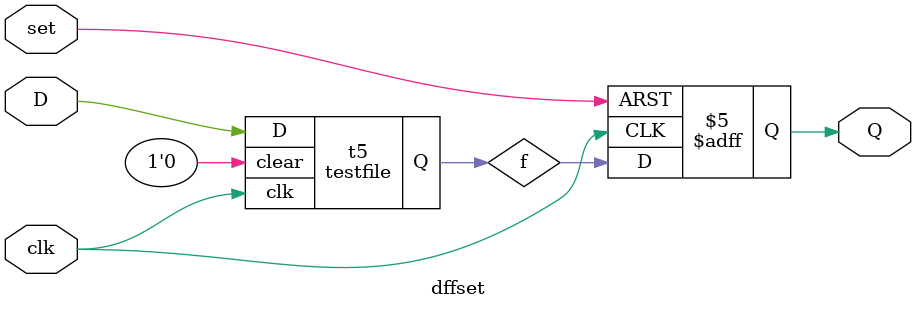
<source format=v>
module testfile (
    input wire D,     
    input wire clk,   
    input wire clear, 
    output reg Q     
);
    initial begin
        Q = 0; // Set initial value of Q
    end

    always @(posedge clk or posedge clear) begin
        if (clear)
            Q <= 1'b0;  
        else
            Q <= D;    
    end
endmodule

module dffset(
    input wire D,
    input wire clk,
    input wire set,
    output reg Q
);
    wire f;

    // Instantiate the testfile submodule
    testfile t5 (
        .D(D),
        .clk(clk),
        .clear(1'b0), // Hardwired clear to 0
        .Q(f)
    );

   
    always @(posedge clk or posedge set) 
      begin
        if (set) 
            Q <= 1'b1;
        else 
            Q <= f;    
      end
endmodule

</source>
